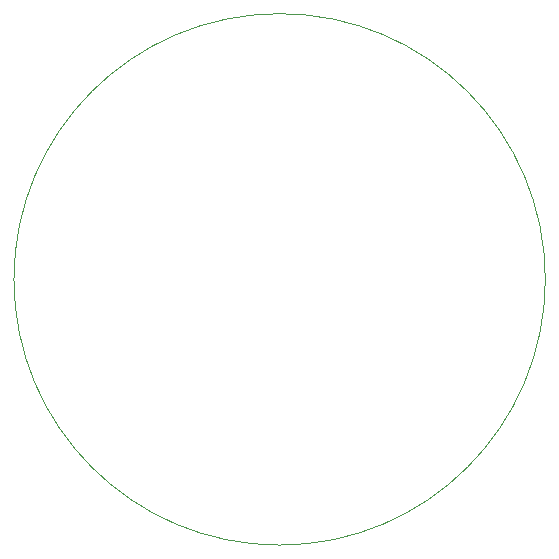
<source format=gm1>
%TF.GenerationSoftware,KiCad,Pcbnew,(6.0.4)*%
%TF.CreationDate,2022-04-07T13:37:56+02:00*%
%TF.ProjectId,LSB1 Bottom Plate,4c534231-2042-46f7-9474-6f6d20506c61,v1.0*%
%TF.SameCoordinates,Original*%
%TF.FileFunction,Profile,NP*%
%FSLAX46Y46*%
G04 Gerber Fmt 4.6, Leading zero omitted, Abs format (unit mm)*
G04 Created by KiCad (PCBNEW (6.0.4)) date 2022-04-07 13:37:56*
%MOMM*%
%LPD*%
G01*
G04 APERTURE LIST*
%TA.AperFunction,Profile*%
%ADD10C,0.100000*%
%TD*%
G04 APERTURE END LIST*
D10*
X77615682Y-60712004D02*
G75*
G03*
X77615682Y-60712004I-22496100J0D01*
G01*
M02*

</source>
